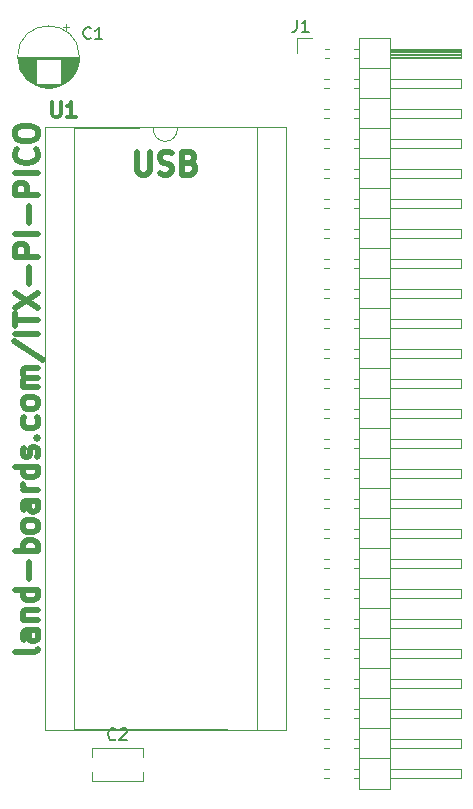
<source format=gto>
G04 #@! TF.GenerationSoftware,KiCad,Pcbnew,(6.0.1)*
G04 #@! TF.CreationDate,2022-08-28T05:56:57-04:00*
G04 #@! TF.ProjectId,ITX-PI-PICO,4954582d-5049-42d5-9049-434f2e6b6963,1*
G04 #@! TF.SameCoordinates,Original*
G04 #@! TF.FileFunction,Legend,Top*
G04 #@! TF.FilePolarity,Positive*
%FSLAX46Y46*%
G04 Gerber Fmt 4.6, Leading zero omitted, Abs format (unit mm)*
G04 Created by KiCad (PCBNEW (6.0.1)) date 2022-08-28 05:56:57*
%MOMM*%
%LPD*%
G01*
G04 APERTURE LIST*
%ADD10C,0.476250*%
%ADD11C,0.317500*%
%ADD12C,0.150000*%
%ADD13C,0.120000*%
G04 APERTURE END LIST*
D10*
X95132071Y-66774785D02*
X95132071Y-68316928D01*
X95222785Y-68498357D01*
X95313500Y-68589071D01*
X95494928Y-68679785D01*
X95857785Y-68679785D01*
X96039214Y-68589071D01*
X96129928Y-68498357D01*
X96220642Y-68316928D01*
X96220642Y-66774785D01*
X97037071Y-68589071D02*
X97309214Y-68679785D01*
X97762785Y-68679785D01*
X97944214Y-68589071D01*
X98034928Y-68498357D01*
X98125642Y-68316928D01*
X98125642Y-68135500D01*
X98034928Y-67954071D01*
X97944214Y-67863357D01*
X97762785Y-67772642D01*
X97399928Y-67681928D01*
X97218500Y-67591214D01*
X97127785Y-67500500D01*
X97037071Y-67319071D01*
X97037071Y-67137642D01*
X97127785Y-66956214D01*
X97218500Y-66865500D01*
X97399928Y-66774785D01*
X97853500Y-66774785D01*
X98125642Y-66865500D01*
X99577071Y-67681928D02*
X99849214Y-67772642D01*
X99939928Y-67863357D01*
X100030642Y-68044785D01*
X100030642Y-68316928D01*
X99939928Y-68498357D01*
X99849214Y-68589071D01*
X99667785Y-68679785D01*
X98942071Y-68679785D01*
X98942071Y-66774785D01*
X99577071Y-66774785D01*
X99758500Y-66865500D01*
X99849214Y-66956214D01*
X99939928Y-67137642D01*
X99939928Y-67319071D01*
X99849214Y-67500500D01*
X99758500Y-67591214D01*
X99577071Y-67681928D01*
X98942071Y-67681928D01*
X86713785Y-108820857D02*
X86623071Y-109002285D01*
X86441642Y-109093000D01*
X84808785Y-109093000D01*
X86713785Y-107278714D02*
X85715928Y-107278714D01*
X85534500Y-107369428D01*
X85443785Y-107550857D01*
X85443785Y-107913714D01*
X85534500Y-108095142D01*
X86623071Y-107278714D02*
X86713785Y-107460142D01*
X86713785Y-107913714D01*
X86623071Y-108095142D01*
X86441642Y-108185857D01*
X86260214Y-108185857D01*
X86078785Y-108095142D01*
X85988071Y-107913714D01*
X85988071Y-107460142D01*
X85897357Y-107278714D01*
X85443785Y-106371571D02*
X86713785Y-106371571D01*
X85625214Y-106371571D02*
X85534500Y-106280857D01*
X85443785Y-106099428D01*
X85443785Y-105827285D01*
X85534500Y-105645857D01*
X85715928Y-105555142D01*
X86713785Y-105555142D01*
X86713785Y-103831571D02*
X84808785Y-103831571D01*
X86623071Y-103831571D02*
X86713785Y-104013000D01*
X86713785Y-104375857D01*
X86623071Y-104557285D01*
X86532357Y-104648000D01*
X86350928Y-104738714D01*
X85806642Y-104738714D01*
X85625214Y-104648000D01*
X85534500Y-104557285D01*
X85443785Y-104375857D01*
X85443785Y-104013000D01*
X85534500Y-103831571D01*
X85988071Y-102924428D02*
X85988071Y-101473000D01*
X86713785Y-100565857D02*
X84808785Y-100565857D01*
X85534500Y-100565857D02*
X85443785Y-100384428D01*
X85443785Y-100021571D01*
X85534500Y-99840142D01*
X85625214Y-99749428D01*
X85806642Y-99658714D01*
X86350928Y-99658714D01*
X86532357Y-99749428D01*
X86623071Y-99840142D01*
X86713785Y-100021571D01*
X86713785Y-100384428D01*
X86623071Y-100565857D01*
X86713785Y-98570142D02*
X86623071Y-98751571D01*
X86532357Y-98842285D01*
X86350928Y-98933000D01*
X85806642Y-98933000D01*
X85625214Y-98842285D01*
X85534500Y-98751571D01*
X85443785Y-98570142D01*
X85443785Y-98298000D01*
X85534500Y-98116571D01*
X85625214Y-98025857D01*
X85806642Y-97935142D01*
X86350928Y-97935142D01*
X86532357Y-98025857D01*
X86623071Y-98116571D01*
X86713785Y-98298000D01*
X86713785Y-98570142D01*
X86713785Y-96302285D02*
X85715928Y-96302285D01*
X85534500Y-96393000D01*
X85443785Y-96574428D01*
X85443785Y-96937285D01*
X85534500Y-97118714D01*
X86623071Y-96302285D02*
X86713785Y-96483714D01*
X86713785Y-96937285D01*
X86623071Y-97118714D01*
X86441642Y-97209428D01*
X86260214Y-97209428D01*
X86078785Y-97118714D01*
X85988071Y-96937285D01*
X85988071Y-96483714D01*
X85897357Y-96302285D01*
X86713785Y-95395142D02*
X85443785Y-95395142D01*
X85806642Y-95395142D02*
X85625214Y-95304428D01*
X85534500Y-95213714D01*
X85443785Y-95032285D01*
X85443785Y-94850857D01*
X86713785Y-93399428D02*
X84808785Y-93399428D01*
X86623071Y-93399428D02*
X86713785Y-93580857D01*
X86713785Y-93943714D01*
X86623071Y-94125142D01*
X86532357Y-94215857D01*
X86350928Y-94306571D01*
X85806642Y-94306571D01*
X85625214Y-94215857D01*
X85534500Y-94125142D01*
X85443785Y-93943714D01*
X85443785Y-93580857D01*
X85534500Y-93399428D01*
X86623071Y-92583000D02*
X86713785Y-92401571D01*
X86713785Y-92038714D01*
X86623071Y-91857285D01*
X86441642Y-91766571D01*
X86350928Y-91766571D01*
X86169500Y-91857285D01*
X86078785Y-92038714D01*
X86078785Y-92310857D01*
X85988071Y-92492285D01*
X85806642Y-92583000D01*
X85715928Y-92583000D01*
X85534500Y-92492285D01*
X85443785Y-92310857D01*
X85443785Y-92038714D01*
X85534500Y-91857285D01*
X86532357Y-90950142D02*
X86623071Y-90859428D01*
X86713785Y-90950142D01*
X86623071Y-91040857D01*
X86532357Y-90950142D01*
X86713785Y-90950142D01*
X86623071Y-89226571D02*
X86713785Y-89408000D01*
X86713785Y-89770857D01*
X86623071Y-89952285D01*
X86532357Y-90043000D01*
X86350928Y-90133714D01*
X85806642Y-90133714D01*
X85625214Y-90043000D01*
X85534500Y-89952285D01*
X85443785Y-89770857D01*
X85443785Y-89408000D01*
X85534500Y-89226571D01*
X86713785Y-88138000D02*
X86623071Y-88319428D01*
X86532357Y-88410142D01*
X86350928Y-88500857D01*
X85806642Y-88500857D01*
X85625214Y-88410142D01*
X85534500Y-88319428D01*
X85443785Y-88138000D01*
X85443785Y-87865857D01*
X85534500Y-87684428D01*
X85625214Y-87593714D01*
X85806642Y-87503000D01*
X86350928Y-87503000D01*
X86532357Y-87593714D01*
X86623071Y-87684428D01*
X86713785Y-87865857D01*
X86713785Y-88138000D01*
X86713785Y-86686571D02*
X85443785Y-86686571D01*
X85625214Y-86686571D02*
X85534500Y-86595857D01*
X85443785Y-86414428D01*
X85443785Y-86142285D01*
X85534500Y-85960857D01*
X85715928Y-85870142D01*
X86713785Y-85870142D01*
X85715928Y-85870142D02*
X85534500Y-85779428D01*
X85443785Y-85598000D01*
X85443785Y-85325857D01*
X85534500Y-85144428D01*
X85715928Y-85053714D01*
X86713785Y-85053714D01*
X84718071Y-82785857D02*
X87167357Y-84418714D01*
X86713785Y-82150857D02*
X84808785Y-82150857D01*
X84808785Y-81515857D02*
X84808785Y-80427285D01*
X86713785Y-80971571D02*
X84808785Y-80971571D01*
X84808785Y-79973714D02*
X86713785Y-78703714D01*
X84808785Y-78703714D02*
X86713785Y-79973714D01*
X85988071Y-77978000D02*
X85988071Y-76526571D01*
X86713785Y-75619428D02*
X84808785Y-75619428D01*
X84808785Y-74893714D01*
X84899500Y-74712285D01*
X84990214Y-74621571D01*
X85171642Y-74530857D01*
X85443785Y-74530857D01*
X85625214Y-74621571D01*
X85715928Y-74712285D01*
X85806642Y-74893714D01*
X85806642Y-75619428D01*
X86713785Y-73714428D02*
X84808785Y-73714428D01*
X85988071Y-72807285D02*
X85988071Y-71355857D01*
X86713785Y-70448714D02*
X84808785Y-70448714D01*
X84808785Y-69723000D01*
X84899500Y-69541571D01*
X84990214Y-69450857D01*
X85171642Y-69360142D01*
X85443785Y-69360142D01*
X85625214Y-69450857D01*
X85715928Y-69541571D01*
X85806642Y-69723000D01*
X85806642Y-70448714D01*
X86713785Y-68543714D02*
X84808785Y-68543714D01*
X86532357Y-66548000D02*
X86623071Y-66638714D01*
X86713785Y-66910857D01*
X86713785Y-67092285D01*
X86623071Y-67364428D01*
X86441642Y-67545857D01*
X86260214Y-67636571D01*
X85897357Y-67727285D01*
X85625214Y-67727285D01*
X85262357Y-67636571D01*
X85080928Y-67545857D01*
X84899500Y-67364428D01*
X84808785Y-67092285D01*
X84808785Y-66910857D01*
X84899500Y-66638714D01*
X84990214Y-66548000D01*
X84808785Y-65368714D02*
X84808785Y-65005857D01*
X84899500Y-64824428D01*
X85080928Y-64643000D01*
X85443785Y-64552285D01*
X86078785Y-64552285D01*
X86441642Y-64643000D01*
X86623071Y-64824428D01*
X86713785Y-65005857D01*
X86713785Y-65368714D01*
X86623071Y-65550142D01*
X86441642Y-65731571D01*
X86078785Y-65822285D01*
X85443785Y-65822285D01*
X85080928Y-65731571D01*
X84899500Y-65550142D01*
X84808785Y-65368714D01*
D11*
X87932380Y-62550523D02*
X87932380Y-63578619D01*
X87992857Y-63699571D01*
X88053333Y-63760047D01*
X88174285Y-63820523D01*
X88416190Y-63820523D01*
X88537142Y-63760047D01*
X88597619Y-63699571D01*
X88658095Y-63578619D01*
X88658095Y-62550523D01*
X89928095Y-63820523D02*
X89202380Y-63820523D01*
X89565238Y-63820523D02*
X89565238Y-62550523D01*
X89444285Y-62731952D01*
X89323333Y-62852904D01*
X89202380Y-62913380D01*
D12*
X93305333Y-116475142D02*
X93257714Y-116522761D01*
X93114857Y-116570380D01*
X93019619Y-116570380D01*
X92876761Y-116522761D01*
X92781523Y-116427523D01*
X92733904Y-116332285D01*
X92686285Y-116141809D01*
X92686285Y-115998952D01*
X92733904Y-115808476D01*
X92781523Y-115713238D01*
X92876761Y-115618000D01*
X93019619Y-115570380D01*
X93114857Y-115570380D01*
X93257714Y-115618000D01*
X93305333Y-115665619D01*
X93686285Y-115665619D02*
X93733904Y-115618000D01*
X93829142Y-115570380D01*
X94067238Y-115570380D01*
X94162476Y-115618000D01*
X94210095Y-115665619D01*
X94257714Y-115760857D01*
X94257714Y-115856095D01*
X94210095Y-115998952D01*
X93638666Y-116570380D01*
X94257714Y-116570380D01*
X108666666Y-55597380D02*
X108666666Y-56311666D01*
X108619047Y-56454523D01*
X108523809Y-56549761D01*
X108380952Y-56597380D01*
X108285714Y-56597380D01*
X109666666Y-56597380D02*
X109095238Y-56597380D01*
X109380952Y-56597380D02*
X109380952Y-55597380D01*
X109285714Y-55740238D01*
X109190476Y-55835476D01*
X109095238Y-55883095D01*
X91213333Y-57103142D02*
X91165714Y-57150761D01*
X91022857Y-57198380D01*
X90927619Y-57198380D01*
X90784761Y-57150761D01*
X90689523Y-57055523D01*
X90641904Y-56960285D01*
X90594285Y-56769809D01*
X90594285Y-56626952D01*
X90641904Y-56436476D01*
X90689523Y-56341238D01*
X90784761Y-56246000D01*
X90927619Y-56198380D01*
X91022857Y-56198380D01*
X91165714Y-56246000D01*
X91213333Y-56293619D01*
X92165714Y-57198380D02*
X91594285Y-57198380D01*
X91880000Y-57198380D02*
X91880000Y-56198380D01*
X91784761Y-56341238D01*
X91689523Y-56436476D01*
X91594285Y-56484095D01*
D13*
X95261000Y-64715000D02*
X89801000Y-64715000D01*
X105261000Y-115635000D02*
X105261000Y-64715000D01*
X107751000Y-115695000D02*
X107751000Y-64655000D01*
X89801000Y-115635000D02*
X102721000Y-115635000D01*
X87311000Y-64655000D02*
X87311000Y-115695000D01*
X87311000Y-115695000D02*
X107751000Y-115695000D01*
X107751000Y-64655000D02*
X87311000Y-64655000D01*
X89801000Y-64715000D02*
X89801000Y-115635000D01*
X96531000Y-64715000D02*
G75*
G03*
X98531000Y-64715000I1000000J-151360D01*
G01*
X95592000Y-119283000D02*
X95592000Y-119988000D01*
X91352000Y-119988000D02*
X95592000Y-119988000D01*
X91352000Y-119283000D02*
X91352000Y-119988000D01*
X91352000Y-117248000D02*
X91352000Y-117953000D01*
X95592000Y-117248000D02*
X95592000Y-117953000D01*
X91352000Y-117248000D02*
X95592000Y-117248000D01*
X110962929Y-96135000D02*
X111417071Y-96135000D01*
X122560000Y-116455000D02*
X122560000Y-117215000D01*
X122560000Y-117215000D02*
X116560000Y-117215000D01*
X113900000Y-90165000D02*
X116560000Y-90165000D01*
X110962929Y-112135000D02*
X111417071Y-112135000D01*
X122560000Y-78355000D02*
X122560000Y-79115000D01*
X110962929Y-101215000D02*
X111417071Y-101215000D01*
X110962929Y-68195000D02*
X111417071Y-68195000D01*
X110962929Y-85975000D02*
X111417071Y-85975000D01*
X110962929Y-91815000D02*
X111417071Y-91815000D01*
X113900000Y-97785000D02*
X116560000Y-97785000D01*
X116560000Y-80895000D02*
X122560000Y-80895000D01*
X122560000Y-91815000D02*
X116560000Y-91815000D01*
X110962929Y-68955000D02*
X111417071Y-68955000D01*
X110962929Y-80895000D02*
X111417071Y-80895000D01*
X110962929Y-114675000D02*
X111417071Y-114675000D01*
X116560000Y-58215000D02*
X122560000Y-58215000D01*
X110962929Y-74035000D02*
X111417071Y-74035000D01*
X116560000Y-58035000D02*
X122560000Y-58035000D01*
X110962929Y-63115000D02*
X111417071Y-63115000D01*
X122560000Y-91055000D02*
X122560000Y-91815000D01*
X110962929Y-71495000D02*
X111417071Y-71495000D01*
X113900000Y-115565000D02*
X116560000Y-115565000D01*
X113900000Y-57085000D02*
X113900000Y-120705000D01*
X113502929Y-109595000D02*
X113900000Y-109595000D01*
X122560000Y-118995000D02*
X122560000Y-119755000D01*
X122560000Y-61335000D02*
X116560000Y-61335000D01*
X110962929Y-104515000D02*
X111417071Y-104515000D01*
X113502929Y-65655000D02*
X113900000Y-65655000D01*
X113502929Y-80895000D02*
X113900000Y-80895000D01*
X113502929Y-79115000D02*
X113900000Y-79115000D01*
X122560000Y-86735000D02*
X116560000Y-86735000D01*
X110962929Y-96895000D02*
X111417071Y-96895000D01*
X116560000Y-57085000D02*
X113900000Y-57085000D01*
X113502929Y-118995000D02*
X113900000Y-118995000D01*
X113900000Y-113025000D02*
X116560000Y-113025000D01*
X111030000Y-58035000D02*
X111417071Y-58035000D01*
X113900000Y-92705000D02*
X116560000Y-92705000D01*
X110962929Y-113915000D02*
X111417071Y-113915000D01*
X113900000Y-87625000D02*
X116560000Y-87625000D01*
X113502929Y-58795000D02*
X113900000Y-58795000D01*
X122560000Y-101975000D02*
X116560000Y-101975000D01*
X116560000Y-116455000D02*
X122560000Y-116455000D01*
X116560000Y-88515000D02*
X122560000Y-88515000D01*
X122560000Y-119755000D02*
X116560000Y-119755000D01*
X113502929Y-78355000D02*
X113900000Y-78355000D01*
X113900000Y-120705000D02*
X116560000Y-120705000D01*
X116560000Y-63115000D02*
X122560000Y-63115000D01*
X116560000Y-78355000D02*
X122560000Y-78355000D01*
X122560000Y-81655000D02*
X116560000Y-81655000D01*
X113502929Y-113915000D02*
X113900000Y-113915000D01*
X113502929Y-63115000D02*
X113900000Y-63115000D01*
X113502929Y-96135000D02*
X113900000Y-96135000D01*
X113502929Y-119755000D02*
X113900000Y-119755000D01*
X122560000Y-88515000D02*
X122560000Y-89275000D01*
X113502929Y-98675000D02*
X113900000Y-98675000D01*
X122560000Y-68955000D02*
X116560000Y-68955000D01*
X116560000Y-58695000D02*
X122560000Y-58695000D01*
X113502929Y-104515000D02*
X113900000Y-104515000D01*
X113502929Y-107055000D02*
X113900000Y-107055000D01*
X113502929Y-76575000D02*
X113900000Y-76575000D01*
X113502929Y-116455000D02*
X113900000Y-116455000D01*
X116560000Y-98675000D02*
X122560000Y-98675000D01*
X122560000Y-108835000D02*
X122560000Y-109595000D01*
X116560000Y-83435000D02*
X122560000Y-83435000D01*
X110962929Y-89275000D02*
X111417071Y-89275000D01*
X122560000Y-113915000D02*
X122560000Y-114675000D01*
X122560000Y-58795000D02*
X116560000Y-58795000D01*
X113502929Y-101975000D02*
X113900000Y-101975000D01*
X116560000Y-106295000D02*
X122560000Y-106295000D01*
X113502929Y-75815000D02*
X113900000Y-75815000D01*
X122560000Y-96135000D02*
X122560000Y-96895000D01*
X110962929Y-116455000D02*
X111417071Y-116455000D01*
X122560000Y-101215000D02*
X122560000Y-101975000D01*
X113502929Y-63875000D02*
X113900000Y-63875000D01*
X113502929Y-91815000D02*
X113900000Y-91815000D01*
X122560000Y-79115000D02*
X116560000Y-79115000D01*
X122560000Y-74035000D02*
X116560000Y-74035000D01*
X113502929Y-108835000D02*
X113900000Y-108835000D01*
X110962929Y-98675000D02*
X111417071Y-98675000D01*
X116560000Y-101215000D02*
X122560000Y-101215000D01*
X111030000Y-58795000D02*
X111417071Y-58795000D01*
X113900000Y-69845000D02*
X116560000Y-69845000D01*
X113900000Y-118105000D02*
X116560000Y-118105000D01*
X116560000Y-58455000D02*
X122560000Y-58455000D01*
X110962929Y-118995000D02*
X111417071Y-118995000D01*
X116560000Y-68195000D02*
X122560000Y-68195000D01*
X113502929Y-91055000D02*
X113900000Y-91055000D01*
X122560000Y-58035000D02*
X122560000Y-58795000D01*
X110962929Y-84195000D02*
X111417071Y-84195000D01*
X113502929Y-60575000D02*
X113900000Y-60575000D01*
X113502929Y-83435000D02*
X113900000Y-83435000D01*
X113900000Y-85085000D02*
X116560000Y-85085000D01*
X110962929Y-111375000D02*
X111417071Y-111375000D01*
X110962929Y-119755000D02*
X111417071Y-119755000D01*
X116560000Y-96135000D02*
X122560000Y-96135000D01*
X108650000Y-57145000D02*
X109920000Y-57145000D01*
X113900000Y-67305000D02*
X116560000Y-67305000D01*
X116560000Y-91055000D02*
X122560000Y-91055000D01*
X113900000Y-105405000D02*
X116560000Y-105405000D01*
X116560000Y-58095000D02*
X122560000Y-58095000D01*
X110962929Y-88515000D02*
X111417071Y-88515000D01*
X122560000Y-98675000D02*
X122560000Y-99435000D01*
X122560000Y-75815000D02*
X122560000Y-76575000D01*
X110962929Y-109595000D02*
X111417071Y-109595000D01*
X108650000Y-58415000D02*
X108650000Y-57145000D01*
X122560000Y-68195000D02*
X122560000Y-68955000D01*
X113502929Y-71495000D02*
X113900000Y-71495000D01*
X116560000Y-75815000D02*
X122560000Y-75815000D01*
X116560000Y-85975000D02*
X122560000Y-85975000D01*
X113502929Y-112135000D02*
X113900000Y-112135000D01*
X122560000Y-107055000D02*
X116560000Y-107055000D01*
X116560000Y-58575000D02*
X122560000Y-58575000D01*
X110962929Y-107055000D02*
X111417071Y-107055000D01*
X122560000Y-63875000D02*
X116560000Y-63875000D01*
X110962929Y-65655000D02*
X111417071Y-65655000D01*
X116560000Y-73275000D02*
X122560000Y-73275000D01*
X116560000Y-113915000D02*
X122560000Y-113915000D01*
X122560000Y-106295000D02*
X122560000Y-107055000D01*
X122560000Y-73275000D02*
X122560000Y-74035000D01*
X122560000Y-85975000D02*
X122560000Y-86735000D01*
X116560000Y-108835000D02*
X122560000Y-108835000D01*
X116560000Y-103755000D02*
X122560000Y-103755000D01*
X122560000Y-71495000D02*
X116560000Y-71495000D01*
X113900000Y-102865000D02*
X116560000Y-102865000D01*
X122560000Y-109595000D02*
X116560000Y-109595000D01*
X113502929Y-73275000D02*
X113900000Y-73275000D01*
X110962929Y-103755000D02*
X111417071Y-103755000D01*
X122560000Y-65655000D02*
X122560000Y-66415000D01*
X110962929Y-108835000D02*
X111417071Y-108835000D01*
X122560000Y-63115000D02*
X122560000Y-63875000D01*
X113900000Y-59685000D02*
X116560000Y-59685000D01*
X113502929Y-68955000D02*
X113900000Y-68955000D01*
X110962929Y-94355000D02*
X111417071Y-94355000D01*
X113502929Y-88515000D02*
X113900000Y-88515000D01*
X110962929Y-99435000D02*
X111417071Y-99435000D01*
X122560000Y-96895000D02*
X116560000Y-96895000D01*
X113502929Y-103755000D02*
X113900000Y-103755000D01*
X113502929Y-66415000D02*
X113900000Y-66415000D01*
X110962929Y-61335000D02*
X111417071Y-61335000D01*
X110962929Y-63875000D02*
X111417071Y-63875000D01*
X113900000Y-82545000D02*
X116560000Y-82545000D01*
X110962929Y-81655000D02*
X111417071Y-81655000D01*
X113502929Y-86735000D02*
X113900000Y-86735000D01*
X122560000Y-60575000D02*
X122560000Y-61335000D01*
X110962929Y-117215000D02*
X111417071Y-117215000D01*
X122560000Y-99435000D02*
X116560000Y-99435000D01*
X110962929Y-76575000D02*
X111417071Y-76575000D01*
X122560000Y-111375000D02*
X122560000Y-112135000D01*
X110962929Y-75815000D02*
X111417071Y-75815000D01*
X113502929Y-96895000D02*
X113900000Y-96895000D01*
X113900000Y-72385000D02*
X116560000Y-72385000D01*
X110962929Y-79115000D02*
X111417071Y-79115000D01*
X113900000Y-74925000D02*
X116560000Y-74925000D01*
X122560000Y-89275000D02*
X116560000Y-89275000D01*
X122560000Y-114675000D02*
X116560000Y-114675000D01*
X116560000Y-118995000D02*
X122560000Y-118995000D01*
X116560000Y-58335000D02*
X122560000Y-58335000D01*
X110962929Y-66415000D02*
X111417071Y-66415000D01*
X116560000Y-60575000D02*
X122560000Y-60575000D01*
X113502929Y-117215000D02*
X113900000Y-117215000D01*
X113900000Y-107945000D02*
X116560000Y-107945000D01*
X113900000Y-64765000D02*
X116560000Y-64765000D01*
X113502929Y-61335000D02*
X113900000Y-61335000D01*
X122560000Y-94355000D02*
X116560000Y-94355000D01*
X113502929Y-85975000D02*
X113900000Y-85975000D01*
X113502929Y-74035000D02*
X113900000Y-74035000D01*
X113502929Y-99435000D02*
X113900000Y-99435000D01*
X113502929Y-106295000D02*
X113900000Y-106295000D01*
X110962929Y-83435000D02*
X111417071Y-83435000D01*
X122560000Y-80895000D02*
X122560000Y-81655000D01*
X110962929Y-70735000D02*
X111417071Y-70735000D01*
X113900000Y-80005000D02*
X116560000Y-80005000D01*
X110962929Y-78355000D02*
X111417071Y-78355000D01*
X113900000Y-77465000D02*
X116560000Y-77465000D01*
X113900000Y-100325000D02*
X116560000Y-100325000D01*
X116560000Y-93595000D02*
X122560000Y-93595000D01*
X113502929Y-93595000D02*
X113900000Y-93595000D01*
X116560000Y-65655000D02*
X122560000Y-65655000D01*
X110962929Y-101975000D02*
X111417071Y-101975000D01*
X110962929Y-106295000D02*
X111417071Y-106295000D01*
X122560000Y-84195000D02*
X116560000Y-84195000D01*
X116560000Y-120705000D02*
X116560000Y-57085000D01*
X113502929Y-70735000D02*
X113900000Y-70735000D01*
X122560000Y-83435000D02*
X122560000Y-84195000D01*
X122560000Y-70735000D02*
X122560000Y-71495000D01*
X113502929Y-68195000D02*
X113900000Y-68195000D01*
X122560000Y-104515000D02*
X116560000Y-104515000D01*
X110962929Y-60575000D02*
X111417071Y-60575000D01*
X122560000Y-103755000D02*
X122560000Y-104515000D01*
X113502929Y-114675000D02*
X113900000Y-114675000D01*
X113502929Y-58035000D02*
X113900000Y-58035000D01*
X116560000Y-111375000D02*
X122560000Y-111375000D01*
X122560000Y-93595000D02*
X122560000Y-94355000D01*
X110962929Y-93595000D02*
X111417071Y-93595000D01*
X122560000Y-76575000D02*
X116560000Y-76575000D01*
X113502929Y-81655000D02*
X113900000Y-81655000D01*
X113502929Y-89275000D02*
X113900000Y-89275000D01*
X113502929Y-84195000D02*
X113900000Y-84195000D01*
X113900000Y-95245000D02*
X116560000Y-95245000D01*
X110962929Y-73275000D02*
X111417071Y-73275000D01*
X116560000Y-70735000D02*
X122560000Y-70735000D01*
X113900000Y-110485000D02*
X116560000Y-110485000D01*
X122560000Y-66415000D02*
X116560000Y-66415000D01*
X113900000Y-62225000D02*
X116560000Y-62225000D01*
X122560000Y-112135000D02*
X116560000Y-112135000D01*
X110962929Y-91055000D02*
X111417071Y-91055000D01*
X113502929Y-94355000D02*
X113900000Y-94355000D01*
X113502929Y-101215000D02*
X113900000Y-101215000D01*
X113502929Y-111375000D02*
X113900000Y-111375000D01*
X110962929Y-86735000D02*
X111417071Y-86735000D01*
X89695000Y-60279888D02*
X88670000Y-60279888D01*
X90121000Y-59398888D02*
X88670000Y-59398888D01*
X90028000Y-59679888D02*
X88670000Y-59679888D01*
X86590000Y-59599888D02*
X85202000Y-59599888D01*
X89940000Y-59879888D02*
X88670000Y-59879888D01*
X86590000Y-60439888D02*
X85693000Y-60439888D01*
X90209000Y-58798888D02*
X85051000Y-58798888D01*
X86590000Y-59358888D02*
X85129000Y-59358888D01*
X90191000Y-59038888D02*
X88670000Y-59038888D01*
X89752000Y-60199888D02*
X88670000Y-60199888D01*
X86590000Y-60799888D02*
X86076000Y-60799888D01*
X86590000Y-59639888D02*
X85216000Y-59639888D01*
X86590000Y-60759888D02*
X86025000Y-60759888D01*
X86590000Y-59038888D02*
X85069000Y-59038888D01*
X86590000Y-60399888D02*
X85659000Y-60399888D01*
X88949000Y-60959888D02*
X88670000Y-60959888D01*
X89959000Y-59839888D02*
X88670000Y-59839888D01*
X86590000Y-60479888D02*
X85729000Y-60479888D01*
X88148000Y-61279888D02*
X87112000Y-61279888D01*
X88808000Y-61039888D02*
X86452000Y-61039888D01*
X89601000Y-60399888D02*
X88670000Y-60399888D01*
X90210000Y-58718888D02*
X85050000Y-58718888D01*
X90072000Y-59559888D02*
X88670000Y-59559888D01*
X86590000Y-60239888D02*
X85535000Y-60239888D01*
X89329000Y-60679888D02*
X88670000Y-60679888D01*
X86590000Y-59879888D02*
X85320000Y-59879888D01*
X86590000Y-60319888D02*
X85595000Y-60319888D01*
X90012000Y-59719888D02*
X88670000Y-59719888D01*
X90085000Y-59519888D02*
X88670000Y-59519888D01*
X90208000Y-58838888D02*
X85052000Y-58838888D01*
X86590000Y-60679888D02*
X85931000Y-60679888D01*
X89531000Y-60479888D02*
X88670000Y-60479888D01*
X86590000Y-60119888D02*
X85455000Y-60119888D01*
X89130000Y-60839888D02*
X88670000Y-60839888D01*
X89456000Y-60559888D02*
X88670000Y-60559888D01*
X89725000Y-60239888D02*
X88670000Y-60239888D01*
X86590000Y-60359888D02*
X85626000Y-60359888D01*
X89665000Y-60319888D02*
X88670000Y-60319888D01*
X86590000Y-59118888D02*
X85080000Y-59118888D01*
X86590000Y-60599888D02*
X85845000Y-60599888D01*
X89235000Y-60759888D02*
X88670000Y-60759888D01*
X86590000Y-59479888D02*
X85162000Y-59479888D01*
X89830000Y-60079888D02*
X88670000Y-60079888D01*
X89373000Y-60639888D02*
X88670000Y-60639888D01*
X89854000Y-60039888D02*
X88670000Y-60039888D01*
X86590000Y-59679888D02*
X85232000Y-59679888D01*
X86590000Y-59519888D02*
X85175000Y-59519888D01*
X90150000Y-59278888D02*
X88670000Y-59278888D01*
X90110000Y-59439888D02*
X88670000Y-59439888D01*
X88545000Y-61159888D02*
X86715000Y-61159888D01*
X86590000Y-60959888D02*
X86311000Y-60959888D01*
X88641000Y-61119888D02*
X86619000Y-61119888D01*
X89013000Y-60919888D02*
X88670000Y-60919888D01*
X86590000Y-58958888D02*
X85061000Y-58958888D01*
X88728000Y-61079888D02*
X86532000Y-61079888D01*
X89105000Y-55914113D02*
X89105000Y-56414113D01*
X89283000Y-60719888D02*
X88670000Y-60719888D01*
X90058000Y-59599888D02*
X88670000Y-59599888D01*
X86590000Y-59078888D02*
X85074000Y-59078888D01*
X86590000Y-59318888D02*
X85119000Y-59318888D01*
X90158000Y-59238888D02*
X88670000Y-59238888D01*
X88435000Y-61199888D02*
X86825000Y-61199888D01*
X90195000Y-58998888D02*
X88670000Y-58998888D01*
X89494000Y-60519888D02*
X88670000Y-60519888D01*
X90199000Y-58958888D02*
X88670000Y-58958888D01*
X86590000Y-60199888D02*
X85508000Y-60199888D01*
X90131000Y-59358888D02*
X88670000Y-59358888D01*
X90180000Y-59118888D02*
X88670000Y-59118888D01*
X86590000Y-59238888D02*
X85102000Y-59238888D01*
X89355000Y-56164113D02*
X88855000Y-56164113D01*
X90166000Y-59198888D02*
X88670000Y-59198888D01*
X86590000Y-59999888D02*
X85383000Y-59999888D01*
X89898000Y-59959888D02*
X88670000Y-59959888D01*
X86590000Y-59158888D02*
X85087000Y-59158888D01*
X89073000Y-60879888D02*
X88670000Y-60879888D01*
X86590000Y-59278888D02*
X85110000Y-59278888D01*
X90141000Y-59318888D02*
X88670000Y-59318888D01*
X89978000Y-59799888D02*
X88670000Y-59799888D01*
X86590000Y-60839888D02*
X86130000Y-60839888D01*
X86590000Y-60519888D02*
X85766000Y-60519888D01*
X87914000Y-61319888D02*
X87346000Y-61319888D01*
X86590000Y-60159888D02*
X85481000Y-60159888D01*
X89779000Y-60159888D02*
X88670000Y-60159888D01*
X89634000Y-60359888D02*
X88670000Y-60359888D01*
X86590000Y-60559888D02*
X85804000Y-60559888D01*
X86590000Y-60639888D02*
X85887000Y-60639888D01*
X86590000Y-59839888D02*
X85301000Y-59839888D01*
X88881000Y-60999888D02*
X88670000Y-60999888D01*
X86590000Y-59959888D02*
X85362000Y-59959888D01*
X90210000Y-58758888D02*
X85050000Y-58758888D01*
X86590000Y-59759888D02*
X85265000Y-59759888D01*
X89415000Y-60599888D02*
X88670000Y-60599888D01*
X86590000Y-59559888D02*
X85188000Y-59559888D01*
X89184000Y-60799888D02*
X88670000Y-60799888D01*
X90044000Y-59639888D02*
X88670000Y-59639888D01*
X86590000Y-59719888D02*
X85248000Y-59719888D01*
X89805000Y-60119888D02*
X88670000Y-60119888D01*
X90206000Y-58878888D02*
X85054000Y-58878888D01*
X86590000Y-60079888D02*
X85430000Y-60079888D01*
X89920000Y-59919888D02*
X88670000Y-59919888D01*
X89567000Y-60439888D02*
X88670000Y-60439888D01*
X86590000Y-60999888D02*
X86379000Y-60999888D01*
X86590000Y-59398888D02*
X85139000Y-59398888D01*
X86590000Y-59919888D02*
X85340000Y-59919888D01*
X90186000Y-59078888D02*
X88670000Y-59078888D01*
X86590000Y-60919888D02*
X86247000Y-60919888D01*
X89877000Y-59999888D02*
X88670000Y-59999888D01*
X86590000Y-59198888D02*
X85094000Y-59198888D01*
X86590000Y-60879888D02*
X86187000Y-60879888D01*
X90203000Y-58918888D02*
X85057000Y-58918888D01*
X86590000Y-59439888D02*
X85150000Y-59439888D01*
X90173000Y-59158888D02*
X88670000Y-59158888D01*
X86590000Y-58998888D02*
X85065000Y-58998888D01*
X86590000Y-60719888D02*
X85977000Y-60719888D01*
X86590000Y-60279888D02*
X85565000Y-60279888D01*
X86590000Y-60039888D02*
X85406000Y-60039888D01*
X89995000Y-59759888D02*
X88670000Y-59759888D01*
X86590000Y-59799888D02*
X85282000Y-59799888D01*
X90098000Y-59479888D02*
X88670000Y-59479888D01*
X88307000Y-61239888D02*
X86953000Y-61239888D01*
X90250000Y-58718888D02*
G75*
G03*
X90250000Y-58718888I-2620000J0D01*
G01*
M02*

</source>
